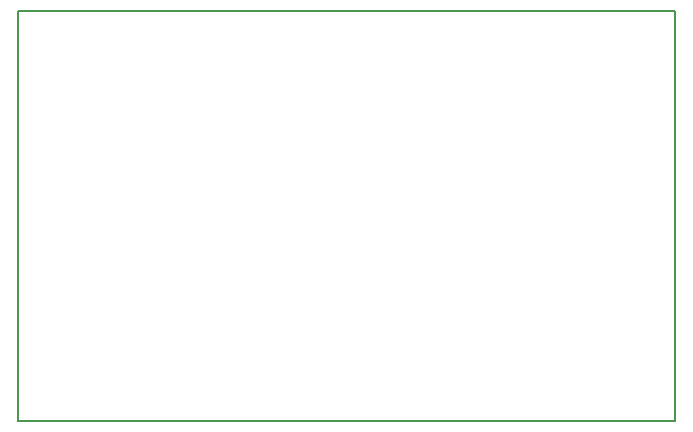
<source format=gm1>
G04 MADE WITH FRITZING*
G04 WWW.FRITZING.ORG*
G04 DOUBLE SIDED*
G04 HOLES PLATED*
G04 CONTOUR ON CENTER OF CONTOUR VECTOR*
%ASAXBY*%
%FSLAX23Y23*%
%MOIN*%
%OFA0B0*%
%SFA1.0B1.0*%
%ADD10R,2.199500X1.372370*%
%ADD11C,0.008000*%
%ADD10C,0.008*%
%LNCONTOUR*%
G90*
G70*
G54D10*
G54D11*
X4Y1368D02*
X2196Y1368D01*
X2196Y4D01*
X4Y4D01*
X4Y1368D01*
D02*
G04 End of contour*
M02*
</source>
